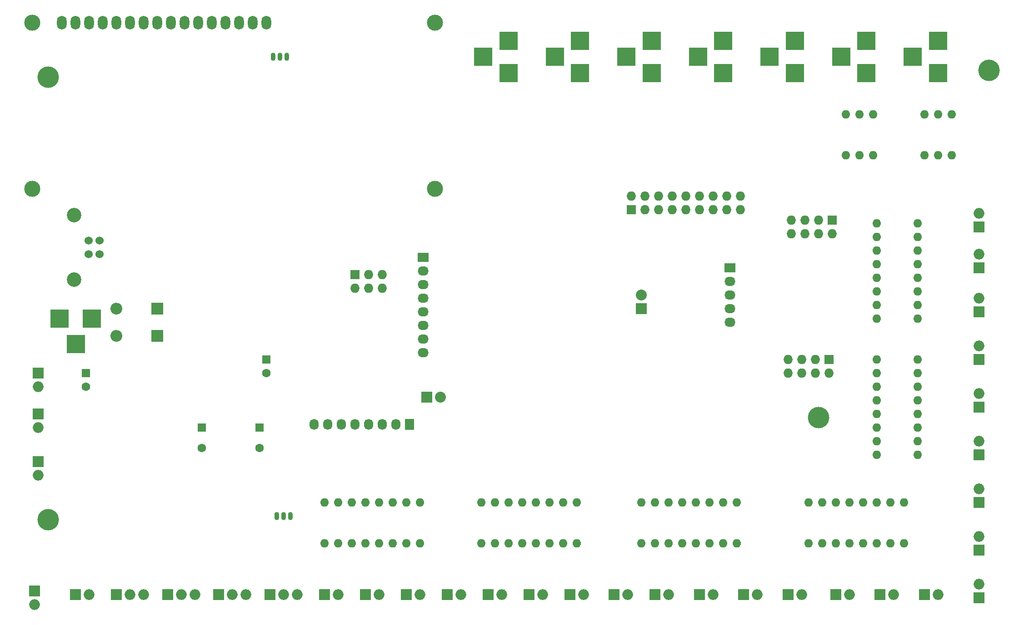
<source format=gbr>
G04 #@! TF.FileFunction,Soldermask,Bot*
%FSLAX46Y46*%
G04 Gerber Fmt 4.6, Leading zero omitted, Abs format (unit mm)*
G04 Created by KiCad (PCBNEW 4.0.6) date 2017 August 14, Monday 10:36:18*
%MOMM*%
%LPD*%
G01*
G04 APERTURE LIST*
%ADD10C,0.100000*%
%ADD11O,1.998980X1.998980*%
%ADD12R,1.998980X1.998980*%
%ADD13R,1.600000X1.600000*%
%ADD14C,1.600000*%
%ADD15R,2.200000X2.200000*%
%ADD16O,2.200000X2.200000*%
%ADD17O,1.800000X2.600000*%
%ADD18C,3.000000*%
%ADD19O,1.600000X1.600000*%
%ADD20R,3.500120X3.500120*%
%ADD21R,1.727200X1.727200*%
%ADD22O,1.727200X1.727200*%
%ADD23R,2.032000X1.727200*%
%ADD24O,2.032000X1.727200*%
%ADD25R,1.727200X2.032000*%
%ADD26O,1.727200X2.032000*%
%ADD27R,2.032000X2.032000*%
%ADD28O,2.032000X2.032000*%
%ADD29C,1.524000*%
%ADD30C,2.700020*%
%ADD31O,0.899160X1.501140*%
%ADD32C,4.000000*%
G04 APERTURE END LIST*
D10*
D11*
X41275000Y-118745000D03*
D12*
X41275000Y-116205000D03*
D13*
X50165000Y-99695000D03*
D14*
X50165000Y-102195000D03*
D13*
X83820000Y-97155000D03*
D14*
X83820000Y-99655000D03*
D13*
X82550000Y-109855000D03*
D14*
X82550000Y-113655000D03*
D13*
X71755000Y-109855000D03*
D14*
X71755000Y-113655000D03*
D15*
X63500000Y-87630000D03*
D16*
X55880000Y-87630000D03*
D15*
X63500000Y-92710000D03*
D16*
X55880000Y-92710000D03*
D17*
X45720000Y-34290000D03*
X48260000Y-34290000D03*
X50800000Y-34290000D03*
X53340000Y-34290000D03*
X55880000Y-34290000D03*
X58420000Y-34290000D03*
X60960000Y-34290000D03*
X63500000Y-34290000D03*
X66040000Y-34290000D03*
X68580000Y-34290000D03*
X71120000Y-34290000D03*
X73660000Y-34290000D03*
X76200000Y-34290000D03*
X78740000Y-34290000D03*
X81280000Y-34290000D03*
X83820000Y-34290000D03*
D18*
X40220900Y-34290000D03*
X40220900Y-65290700D03*
X115219480Y-65290700D03*
X115219480Y-34290000D03*
D19*
X94615000Y-131445000D03*
X97155000Y-131445000D03*
X99695000Y-131445000D03*
X102235000Y-131445000D03*
X104775000Y-131445000D03*
X107315000Y-131445000D03*
X109855000Y-131445000D03*
X112395000Y-131445000D03*
X112395000Y-123825000D03*
X109855000Y-123825000D03*
X107315000Y-123825000D03*
X104775000Y-123825000D03*
X102235000Y-123825000D03*
X99695000Y-123825000D03*
X97155000Y-123825000D03*
X94615000Y-123825000D03*
X123825000Y-131445000D03*
X126365000Y-131445000D03*
X128905000Y-131445000D03*
X131445000Y-131445000D03*
X133985000Y-131445000D03*
X136525000Y-131445000D03*
X139065000Y-131445000D03*
X141605000Y-131445000D03*
X141605000Y-123825000D03*
X139065000Y-123825000D03*
X136525000Y-123825000D03*
X133985000Y-123825000D03*
X131445000Y-123825000D03*
X128905000Y-123825000D03*
X126365000Y-123825000D03*
X123825000Y-123825000D03*
X153670000Y-131445000D03*
X156210000Y-131445000D03*
X158750000Y-131445000D03*
X161290000Y-131445000D03*
X163830000Y-131445000D03*
X166370000Y-131445000D03*
X168910000Y-131445000D03*
X171450000Y-131445000D03*
X171450000Y-123825000D03*
X168910000Y-123825000D03*
X166370000Y-123825000D03*
X163830000Y-123825000D03*
X161290000Y-123825000D03*
X158750000Y-123825000D03*
X156210000Y-123825000D03*
X153670000Y-123825000D03*
X184785000Y-131445000D03*
X187325000Y-131445000D03*
X189865000Y-131445000D03*
X192405000Y-131445000D03*
X194945000Y-131445000D03*
X197485000Y-131445000D03*
X200025000Y-131445000D03*
X202565000Y-131445000D03*
X202565000Y-123825000D03*
X200025000Y-123825000D03*
X197485000Y-123825000D03*
X194945000Y-123825000D03*
X192405000Y-123825000D03*
X189865000Y-123825000D03*
X187325000Y-123825000D03*
X184785000Y-123825000D03*
X205105000Y-114935000D03*
X205105000Y-112395000D03*
X205105000Y-109855000D03*
X205105000Y-107315000D03*
X205105000Y-104775000D03*
X205105000Y-102235000D03*
X205105000Y-99695000D03*
X205105000Y-97155000D03*
X197485000Y-97155000D03*
X197485000Y-99695000D03*
X197485000Y-102235000D03*
X197485000Y-104775000D03*
X197485000Y-107315000D03*
X197485000Y-109855000D03*
X197485000Y-112395000D03*
X197485000Y-114935000D03*
X205105000Y-89535000D03*
X205105000Y-86995000D03*
X205105000Y-84455000D03*
X205105000Y-81915000D03*
X205105000Y-79375000D03*
X205105000Y-76835000D03*
X205105000Y-74295000D03*
X205105000Y-71755000D03*
X197485000Y-71755000D03*
X197485000Y-74295000D03*
X197485000Y-76835000D03*
X197485000Y-79375000D03*
X197485000Y-81915000D03*
X197485000Y-84455000D03*
X197485000Y-86995000D03*
X197485000Y-89535000D03*
D20*
X51285140Y-89535000D03*
X45285660Y-89535000D03*
X48285400Y-94234000D03*
D21*
X100330000Y-81280000D03*
D22*
X100330000Y-83820000D03*
X102870000Y-81280000D03*
X102870000Y-83820000D03*
X105410000Y-81280000D03*
X105410000Y-83820000D03*
D23*
X170180000Y-80010000D03*
D24*
X170180000Y-82550000D03*
X170180000Y-85090000D03*
X170180000Y-87630000D03*
X170180000Y-90170000D03*
D25*
X110490000Y-109220000D03*
D26*
X107950000Y-109220000D03*
X105410000Y-109220000D03*
X102870000Y-109220000D03*
X100330000Y-109220000D03*
X97790000Y-109220000D03*
X95250000Y-109220000D03*
X92710000Y-109220000D03*
D27*
X113665000Y-104140000D03*
D28*
X116205000Y-104140000D03*
D23*
X113030000Y-78105000D03*
D24*
X113030000Y-80645000D03*
X113030000Y-83185000D03*
X113030000Y-85725000D03*
X113030000Y-88265000D03*
X113030000Y-90805000D03*
X113030000Y-93345000D03*
X113030000Y-95885000D03*
D29*
X52705000Y-74930000D03*
X52705000Y-77470000D03*
X50706020Y-77470000D03*
X50706020Y-74930000D03*
D30*
X48006000Y-70200520D03*
X48006000Y-82199480D03*
D27*
X153670000Y-87630000D03*
D28*
X153670000Y-85090000D03*
D11*
X97155000Y-140970000D03*
D12*
X94615000Y-140970000D03*
D11*
X104775000Y-140970000D03*
D12*
X102235000Y-140970000D03*
D11*
X112395000Y-140970000D03*
D12*
X109855000Y-140970000D03*
D11*
X120015000Y-140970000D03*
D12*
X117475000Y-140970000D03*
D11*
X127635000Y-140970000D03*
D12*
X125095000Y-140970000D03*
D11*
X135255000Y-140970000D03*
D12*
X132715000Y-140970000D03*
D11*
X142875000Y-140970000D03*
D12*
X140335000Y-140970000D03*
D11*
X151130000Y-140970000D03*
D12*
X148590000Y-140970000D03*
D11*
X158750000Y-140970000D03*
D12*
X156210000Y-140970000D03*
D11*
X167005000Y-140970000D03*
D12*
X164465000Y-140970000D03*
D11*
X175260000Y-140970000D03*
D12*
X172720000Y-140970000D03*
D11*
X183515000Y-140970000D03*
D12*
X180975000Y-140970000D03*
D11*
X192405000Y-140970000D03*
D12*
X189865000Y-140970000D03*
D11*
X200660000Y-140970000D03*
D12*
X198120000Y-140970000D03*
D11*
X208915000Y-140970000D03*
D12*
X206375000Y-140970000D03*
D11*
X216535000Y-139065000D03*
D12*
X216535000Y-141605000D03*
D11*
X216535000Y-130175000D03*
D12*
X216535000Y-132715000D03*
D11*
X216535000Y-121285000D03*
D12*
X216535000Y-123825000D03*
D11*
X216535000Y-112395000D03*
D12*
X216535000Y-114935000D03*
D11*
X216535000Y-103505000D03*
D12*
X216535000Y-106045000D03*
D11*
X216535000Y-94615000D03*
D12*
X216535000Y-97155000D03*
D11*
X216535000Y-85725000D03*
D12*
X216535000Y-88265000D03*
D11*
X216535000Y-77470000D03*
D12*
X216535000Y-80010000D03*
D11*
X216535000Y-69850000D03*
D12*
X216535000Y-72390000D03*
D20*
X128905000Y-43665140D03*
X128905000Y-37665660D03*
X124206000Y-40665400D03*
X142240000Y-43665140D03*
X142240000Y-37665660D03*
X137541000Y-40665400D03*
X155575000Y-43665140D03*
X155575000Y-37665660D03*
X150876000Y-40665400D03*
X168910000Y-43665140D03*
X168910000Y-37665660D03*
X164211000Y-40665400D03*
X182245000Y-43665140D03*
X182245000Y-37665660D03*
X177546000Y-40665400D03*
X208915000Y-43665140D03*
X208915000Y-37665660D03*
X204216000Y-40665400D03*
X195580000Y-43665140D03*
X195580000Y-37665660D03*
X190881000Y-40665400D03*
D21*
X151765000Y-69215000D03*
D22*
X151765000Y-66675000D03*
X154305000Y-69215000D03*
X154305000Y-66675000D03*
X156845000Y-69215000D03*
X156845000Y-66675000D03*
X159385000Y-69215000D03*
X159385000Y-66675000D03*
X161925000Y-69215000D03*
X161925000Y-66675000D03*
X164465000Y-69215000D03*
X164465000Y-66675000D03*
X167005000Y-69215000D03*
X167005000Y-66675000D03*
X169545000Y-69215000D03*
X169545000Y-66675000D03*
X172085000Y-69215000D03*
X172085000Y-66675000D03*
D21*
X189230000Y-71120000D03*
D22*
X189230000Y-73660000D03*
X186690000Y-71120000D03*
X186690000Y-73660000D03*
X184150000Y-71120000D03*
X184150000Y-73660000D03*
X181610000Y-71120000D03*
X181610000Y-73660000D03*
D21*
X188595000Y-97155000D03*
D22*
X188595000Y-99695000D03*
X186055000Y-97155000D03*
X186055000Y-99695000D03*
X183515000Y-97155000D03*
X183515000Y-99695000D03*
X180975000Y-97155000D03*
X180975000Y-99695000D03*
D11*
X60960000Y-140970000D03*
D12*
X55880000Y-140970000D03*
D11*
X58420000Y-140970000D03*
X70485000Y-140970000D03*
D12*
X65405000Y-140970000D03*
D11*
X67945000Y-140970000D03*
X89535000Y-140970000D03*
D12*
X84455000Y-140970000D03*
D11*
X86995000Y-140970000D03*
X80010000Y-140970000D03*
D12*
X74930000Y-140970000D03*
D11*
X77470000Y-140970000D03*
X41275000Y-102235000D03*
D12*
X41275000Y-99695000D03*
D11*
X40640000Y-142875000D03*
D12*
X40640000Y-140335000D03*
D11*
X50800000Y-140970000D03*
D12*
X48260000Y-140970000D03*
D11*
X41275000Y-109855000D03*
D12*
X41275000Y-107315000D03*
D31*
X86360000Y-40640000D03*
X87630000Y-40640000D03*
X85090000Y-40640000D03*
X86995000Y-126365000D03*
X88265000Y-126365000D03*
X85725000Y-126365000D03*
D19*
X211455000Y-51435000D03*
X208915000Y-51435000D03*
X206375000Y-51435000D03*
X206375000Y-59055000D03*
X208915000Y-59055000D03*
X211455000Y-59055000D03*
X196850000Y-51435000D03*
X194310000Y-51435000D03*
X191770000Y-51435000D03*
X191770000Y-59055000D03*
X194310000Y-59055000D03*
X196850000Y-59055000D03*
D32*
X43180000Y-127000000D03*
X43180000Y-44450000D03*
X218440000Y-43180000D03*
X186690000Y-107950000D03*
M02*

</source>
